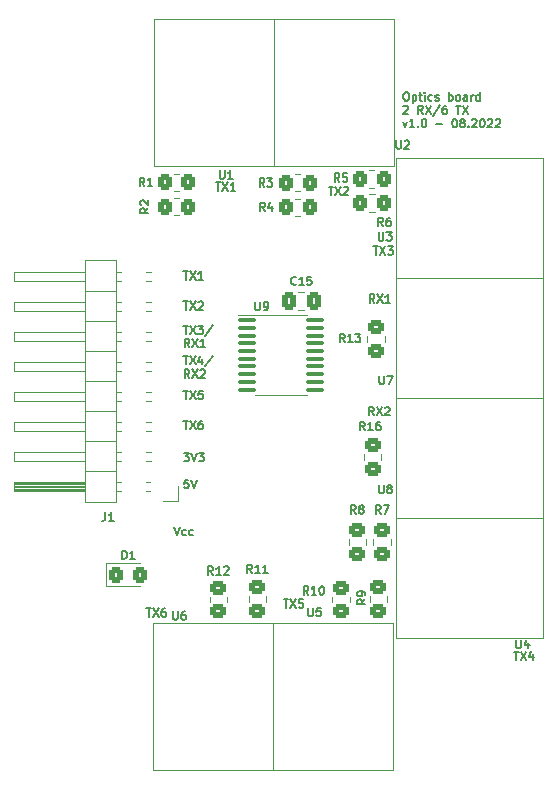
<source format=gto>
G04 #@! TF.GenerationSoftware,KiCad,Pcbnew,(6.0.6)*
G04 #@! TF.CreationDate,2022-08-29T16:13:27+02:00*
G04 #@! TF.ProjectId,adc-fiber-interface-board-six-channels,6164632d-6669-4626-9572-2d696e746572,rev?*
G04 #@! TF.SameCoordinates,Original*
G04 #@! TF.FileFunction,Legend,Top*
G04 #@! TF.FilePolarity,Positive*
%FSLAX46Y46*%
G04 Gerber Fmt 4.6, Leading zero omitted, Abs format (unit mm)*
G04 Created by KiCad (PCBNEW (6.0.6)) date 2022-08-29 16:13:27*
%MOMM*%
%LPD*%
G01*
G04 APERTURE LIST*
G04 Aperture macros list*
%AMRoundRect*
0 Rectangle with rounded corners*
0 $1 Rounding radius*
0 $2 $3 $4 $5 $6 $7 $8 $9 X,Y pos of 4 corners*
0 Add a 4 corners polygon primitive as box body*
4,1,4,$2,$3,$4,$5,$6,$7,$8,$9,$2,$3,0*
0 Add four circle primitives for the rounded corners*
1,1,$1+$1,$2,$3*
1,1,$1+$1,$4,$5*
1,1,$1+$1,$6,$7*
1,1,$1+$1,$8,$9*
0 Add four rect primitives between the rounded corners*
20,1,$1+$1,$2,$3,$4,$5,0*
20,1,$1+$1,$4,$5,$6,$7,0*
20,1,$1+$1,$6,$7,$8,$9,0*
20,1,$1+$1,$8,$9,$2,$3,0*%
G04 Aperture macros list end*
%ADD10C,0.150000*%
%ADD11C,0.120000*%
%ADD12C,1.515000*%
%ADD13RoundRect,0.250000X-0.337500X-0.475000X0.337500X-0.475000X0.337500X0.475000X-0.337500X0.475000X0*%
%ADD14RoundRect,0.250000X0.350000X0.450000X-0.350000X0.450000X-0.350000X-0.450000X0.350000X-0.450000X0*%
%ADD15RoundRect,0.100000X-0.637500X-0.100000X0.637500X-0.100000X0.637500X0.100000X-0.637500X0.100000X0*%
%ADD16R,1.700000X1.700000*%
%ADD17O,1.700000X1.700000*%
%ADD18C,3.200000*%
%ADD19RoundRect,0.250000X-0.325000X-0.450000X0.325000X-0.450000X0.325000X0.450000X-0.325000X0.450000X0*%
%ADD20RoundRect,0.250000X0.450000X-0.350000X0.450000X0.350000X-0.450000X0.350000X-0.450000X-0.350000X0*%
%ADD21RoundRect,0.250000X-0.450000X0.350000X-0.450000X-0.350000X0.450000X-0.350000X0.450000X0.350000X0*%
G04 APERTURE END LIST*
D10*
X104532766Y-63599266D02*
X104932766Y-63599266D01*
X104732766Y-64299266D02*
X104732766Y-63599266D01*
X105099433Y-63599266D02*
X105566100Y-64299266D01*
X105566100Y-63599266D02*
X105099433Y-64299266D01*
X106132766Y-63599266D02*
X105999433Y-63599266D01*
X105932766Y-63632600D01*
X105899433Y-63665933D01*
X105832766Y-63765933D01*
X105799433Y-63899266D01*
X105799433Y-64165933D01*
X105832766Y-64232600D01*
X105866100Y-64265933D01*
X105932766Y-64299266D01*
X106066100Y-64299266D01*
X106132766Y-64265933D01*
X106166100Y-64232600D01*
X106199433Y-64165933D01*
X106199433Y-63999266D01*
X106166100Y-63932600D01*
X106132766Y-63899266D01*
X106066100Y-63865933D01*
X105932766Y-63865933D01*
X105866100Y-63899266D01*
X105832766Y-63932600D01*
X105799433Y-63999266D01*
X120653766Y-63130866D02*
X120420433Y-62797533D01*
X120253766Y-63130866D02*
X120253766Y-62430866D01*
X120520433Y-62430866D01*
X120587100Y-62464200D01*
X120620433Y-62497533D01*
X120653766Y-62564200D01*
X120653766Y-62664200D01*
X120620433Y-62730866D01*
X120587100Y-62764200D01*
X120520433Y-62797533D01*
X120253766Y-62797533D01*
X120887100Y-62430866D02*
X121353766Y-63130866D01*
X121353766Y-62430866D02*
X120887100Y-63130866D01*
X121587100Y-62497533D02*
X121620433Y-62464200D01*
X121687100Y-62430866D01*
X121853766Y-62430866D01*
X121920433Y-62464200D01*
X121953766Y-62497533D01*
X121987100Y-62564200D01*
X121987100Y-62630866D01*
X121953766Y-62730866D01*
X121553766Y-63130866D01*
X121987100Y-63130866D01*
X132523566Y-83131866D02*
X132923566Y-83131866D01*
X132723566Y-83831866D02*
X132723566Y-83131866D01*
X133090233Y-83131866D02*
X133556900Y-83831866D01*
X133556900Y-83131866D02*
X133090233Y-83831866D01*
X134123566Y-83365200D02*
X134123566Y-83831866D01*
X133956900Y-83098533D02*
X133790233Y-83598533D01*
X134223566Y-83598533D01*
X101408566Y-79474266D02*
X101808566Y-79474266D01*
X101608566Y-80174266D02*
X101608566Y-79474266D01*
X101975233Y-79474266D02*
X102441900Y-80174266D01*
X102441900Y-79474266D02*
X101975233Y-80174266D01*
X103008566Y-79474266D02*
X102875233Y-79474266D01*
X102808566Y-79507600D01*
X102775233Y-79540933D01*
X102708566Y-79640933D01*
X102675233Y-79774266D01*
X102675233Y-80040933D01*
X102708566Y-80107600D01*
X102741900Y-80140933D01*
X102808566Y-80174266D01*
X102941900Y-80174266D01*
X103008566Y-80140933D01*
X103041900Y-80107600D01*
X103075233Y-80040933D01*
X103075233Y-79874266D01*
X103041900Y-79807600D01*
X103008566Y-79774266D01*
X102941900Y-79740933D01*
X102808566Y-79740933D01*
X102741900Y-79774266D01*
X102708566Y-79807600D01*
X102675233Y-79874266D01*
X104532766Y-55542766D02*
X104932766Y-55542766D01*
X104732766Y-56242766D02*
X104732766Y-55542766D01*
X105099433Y-55542766D02*
X105566100Y-56242766D01*
X105566100Y-55542766D02*
X105099433Y-56242766D01*
X105766100Y-55542766D02*
X106199433Y-55542766D01*
X105966100Y-55809433D01*
X106066100Y-55809433D01*
X106132766Y-55842766D01*
X106166100Y-55876100D01*
X106199433Y-55942766D01*
X106199433Y-56109433D01*
X106166100Y-56176100D01*
X106132766Y-56209433D01*
X106066100Y-56242766D01*
X105866100Y-56242766D01*
X105799433Y-56209433D01*
X105766100Y-56176100D01*
X106999433Y-55509433D02*
X106399433Y-56409433D01*
X105032766Y-57369766D02*
X104799433Y-57036433D01*
X104632766Y-57369766D02*
X104632766Y-56669766D01*
X104899433Y-56669766D01*
X104966100Y-56703100D01*
X104999433Y-56736433D01*
X105032766Y-56803100D01*
X105032766Y-56903100D01*
X104999433Y-56969766D01*
X104966100Y-57003100D01*
X104899433Y-57036433D01*
X104632766Y-57036433D01*
X105266100Y-56669766D02*
X105732766Y-57369766D01*
X105732766Y-56669766D02*
X105266100Y-57369766D01*
X106366100Y-57369766D02*
X105966100Y-57369766D01*
X106166100Y-57369766D02*
X106166100Y-56669766D01*
X106099433Y-56769766D01*
X106032766Y-56836433D01*
X105966100Y-56869766D01*
X120704566Y-53580466D02*
X120471233Y-53247133D01*
X120304566Y-53580466D02*
X120304566Y-52880466D01*
X120571233Y-52880466D01*
X120637900Y-52913800D01*
X120671233Y-52947133D01*
X120704566Y-53013800D01*
X120704566Y-53113800D01*
X120671233Y-53180466D01*
X120637900Y-53213800D01*
X120571233Y-53247133D01*
X120304566Y-53247133D01*
X120937900Y-52880466D02*
X121404566Y-53580466D01*
X121404566Y-52880466D02*
X120937900Y-53580466D01*
X122037900Y-53580466D02*
X121637900Y-53580466D01*
X121837900Y-53580466D02*
X121837900Y-52880466D01*
X121771233Y-52980466D01*
X121704566Y-53047133D01*
X121637900Y-53080466D01*
X103770766Y-72565466D02*
X104004100Y-73265466D01*
X104237433Y-72565466D01*
X104770766Y-73232133D02*
X104704100Y-73265466D01*
X104570766Y-73265466D01*
X104504100Y-73232133D01*
X104470766Y-73198800D01*
X104437433Y-73132133D01*
X104437433Y-72932133D01*
X104470766Y-72865466D01*
X104504100Y-72832133D01*
X104570766Y-72798800D01*
X104704100Y-72798800D01*
X104770766Y-72832133D01*
X105370766Y-73232133D02*
X105304100Y-73265466D01*
X105170766Y-73265466D01*
X105104100Y-73232133D01*
X105070766Y-73198800D01*
X105037433Y-73132133D01*
X105037433Y-72932133D01*
X105070766Y-72865466D01*
X105104100Y-72832133D01*
X105170766Y-72798800D01*
X105304100Y-72798800D01*
X105370766Y-72832133D01*
X104566100Y-66317066D02*
X104999433Y-66317066D01*
X104766100Y-66583733D01*
X104866100Y-66583733D01*
X104932766Y-66617066D01*
X104966100Y-66650400D01*
X104999433Y-66717066D01*
X104999433Y-66883733D01*
X104966100Y-66950400D01*
X104932766Y-66983733D01*
X104866100Y-67017066D01*
X104666100Y-67017066D01*
X104599433Y-66983733D01*
X104566100Y-66950400D01*
X105199433Y-66317066D02*
X105432766Y-67017066D01*
X105666100Y-66317066D01*
X105832766Y-66317066D02*
X106266100Y-66317066D01*
X106032766Y-66583733D01*
X106132766Y-66583733D01*
X106199433Y-66617066D01*
X106232766Y-66650400D01*
X106266100Y-66717066D01*
X106266100Y-66883733D01*
X106232766Y-66950400D01*
X106199433Y-66983733D01*
X106132766Y-67017066D01*
X105932766Y-67017066D01*
X105866100Y-66983733D01*
X105832766Y-66950400D01*
X104532766Y-53464666D02*
X104932766Y-53464666D01*
X104732766Y-54164666D02*
X104732766Y-53464666D01*
X105099433Y-53464666D02*
X105566100Y-54164666D01*
X105566100Y-53464666D02*
X105099433Y-54164666D01*
X105799433Y-53531333D02*
X105832766Y-53498000D01*
X105899433Y-53464666D01*
X106066100Y-53464666D01*
X106132766Y-53498000D01*
X106166100Y-53531333D01*
X106199433Y-53598000D01*
X106199433Y-53664666D01*
X106166100Y-53764666D01*
X105766100Y-54164666D01*
X106199433Y-54164666D01*
X104532766Y-58108166D02*
X104932766Y-58108166D01*
X104732766Y-58808166D02*
X104732766Y-58108166D01*
X105099433Y-58108166D02*
X105566100Y-58808166D01*
X105566100Y-58108166D02*
X105099433Y-58808166D01*
X106132766Y-58341500D02*
X106132766Y-58808166D01*
X105966100Y-58074833D02*
X105799433Y-58574833D01*
X106232766Y-58574833D01*
X106999433Y-58074833D02*
X106399433Y-58974833D01*
X105032766Y-59935166D02*
X104799433Y-59601833D01*
X104632766Y-59935166D02*
X104632766Y-59235166D01*
X104899433Y-59235166D01*
X104966100Y-59268500D01*
X104999433Y-59301833D01*
X105032766Y-59368500D01*
X105032766Y-59468500D01*
X104999433Y-59535166D01*
X104966100Y-59568500D01*
X104899433Y-59601833D01*
X104632766Y-59601833D01*
X105266100Y-59235166D02*
X105732766Y-59935166D01*
X105732766Y-59235166D02*
X105266100Y-59935166D01*
X105966100Y-59301833D02*
X105999433Y-59268500D01*
X106066100Y-59235166D01*
X106232766Y-59235166D01*
X106299433Y-59268500D01*
X106332766Y-59301833D01*
X106366100Y-59368500D01*
X106366100Y-59435166D01*
X106332766Y-59535166D01*
X105932766Y-59935166D01*
X106366100Y-59935166D01*
X104532766Y-50924666D02*
X104932766Y-50924666D01*
X104732766Y-51624666D02*
X104732766Y-50924666D01*
X105099433Y-50924666D02*
X105566100Y-51624666D01*
X105566100Y-50924666D02*
X105099433Y-51624666D01*
X106199433Y-51624666D02*
X105799433Y-51624666D01*
X105999433Y-51624666D02*
X105999433Y-50924666D01*
X105932766Y-51024666D01*
X105866100Y-51091333D01*
X105799433Y-51124666D01*
X107275966Y-43406266D02*
X107675966Y-43406266D01*
X107475966Y-44106266D02*
X107475966Y-43406266D01*
X107842633Y-43406266D02*
X108309300Y-44106266D01*
X108309300Y-43406266D02*
X107842633Y-44106266D01*
X108942633Y-44106266D02*
X108542633Y-44106266D01*
X108742633Y-44106266D02*
X108742633Y-43406266D01*
X108675966Y-43506266D01*
X108609300Y-43572933D01*
X108542633Y-43606266D01*
X120610966Y-48816466D02*
X121010966Y-48816466D01*
X120810966Y-49516466D02*
X120810966Y-48816466D01*
X121177633Y-48816466D02*
X121644300Y-49516466D01*
X121644300Y-48816466D02*
X121177633Y-49516466D01*
X121844300Y-48816466D02*
X122277633Y-48816466D01*
X122044300Y-49083133D01*
X122144300Y-49083133D01*
X122210966Y-49116466D01*
X122244300Y-49149800D01*
X122277633Y-49216466D01*
X122277633Y-49383133D01*
X122244300Y-49449800D01*
X122210966Y-49483133D01*
X122144300Y-49516466D01*
X121944300Y-49516466D01*
X121877633Y-49483133D01*
X121844300Y-49449800D01*
X113016366Y-78712266D02*
X113416366Y-78712266D01*
X113216366Y-79412266D02*
X113216366Y-78712266D01*
X113583033Y-78712266D02*
X114049700Y-79412266D01*
X114049700Y-78712266D02*
X113583033Y-79412266D01*
X114649700Y-78712266D02*
X114316366Y-78712266D01*
X114283033Y-79045600D01*
X114316366Y-79012266D01*
X114383033Y-78978933D01*
X114549700Y-78978933D01*
X114616366Y-79012266D01*
X114649700Y-79045600D01*
X114683033Y-79112266D01*
X114683033Y-79278933D01*
X114649700Y-79345600D01*
X114616366Y-79378933D01*
X114549700Y-79412266D01*
X114383033Y-79412266D01*
X114316366Y-79378933D01*
X114283033Y-79345600D01*
X123333500Y-35776866D02*
X123466833Y-35776866D01*
X123533500Y-35810200D01*
X123600166Y-35876866D01*
X123633500Y-36010200D01*
X123633500Y-36243533D01*
X123600166Y-36376866D01*
X123533500Y-36443533D01*
X123466833Y-36476866D01*
X123333500Y-36476866D01*
X123266833Y-36443533D01*
X123200166Y-36376866D01*
X123166833Y-36243533D01*
X123166833Y-36010200D01*
X123200166Y-35876866D01*
X123266833Y-35810200D01*
X123333500Y-35776866D01*
X123933500Y-36010200D02*
X123933500Y-36710200D01*
X123933500Y-36043533D02*
X124000166Y-36010200D01*
X124133500Y-36010200D01*
X124200166Y-36043533D01*
X124233500Y-36076866D01*
X124266833Y-36143533D01*
X124266833Y-36343533D01*
X124233500Y-36410200D01*
X124200166Y-36443533D01*
X124133500Y-36476866D01*
X124000166Y-36476866D01*
X123933500Y-36443533D01*
X124466833Y-36010200D02*
X124733500Y-36010200D01*
X124566833Y-35776866D02*
X124566833Y-36376866D01*
X124600166Y-36443533D01*
X124666833Y-36476866D01*
X124733500Y-36476866D01*
X124966833Y-36476866D02*
X124966833Y-36010200D01*
X124966833Y-35776866D02*
X124933500Y-35810200D01*
X124966833Y-35843533D01*
X125000166Y-35810200D01*
X124966833Y-35776866D01*
X124966833Y-35843533D01*
X125600166Y-36443533D02*
X125533500Y-36476866D01*
X125400166Y-36476866D01*
X125333500Y-36443533D01*
X125300166Y-36410200D01*
X125266833Y-36343533D01*
X125266833Y-36143533D01*
X125300166Y-36076866D01*
X125333500Y-36043533D01*
X125400166Y-36010200D01*
X125533500Y-36010200D01*
X125600166Y-36043533D01*
X125866833Y-36443533D02*
X125933500Y-36476866D01*
X126066833Y-36476866D01*
X126133500Y-36443533D01*
X126166833Y-36376866D01*
X126166833Y-36343533D01*
X126133500Y-36276866D01*
X126066833Y-36243533D01*
X125966833Y-36243533D01*
X125900166Y-36210200D01*
X125866833Y-36143533D01*
X125866833Y-36110200D01*
X125900166Y-36043533D01*
X125966833Y-36010200D01*
X126066833Y-36010200D01*
X126133500Y-36043533D01*
X127000166Y-36476866D02*
X127000166Y-35776866D01*
X127000166Y-36043533D02*
X127066833Y-36010200D01*
X127200166Y-36010200D01*
X127266833Y-36043533D01*
X127300166Y-36076866D01*
X127333500Y-36143533D01*
X127333500Y-36343533D01*
X127300166Y-36410200D01*
X127266833Y-36443533D01*
X127200166Y-36476866D01*
X127066833Y-36476866D01*
X127000166Y-36443533D01*
X127733500Y-36476866D02*
X127666833Y-36443533D01*
X127633500Y-36410200D01*
X127600166Y-36343533D01*
X127600166Y-36143533D01*
X127633500Y-36076866D01*
X127666833Y-36043533D01*
X127733500Y-36010200D01*
X127833500Y-36010200D01*
X127900166Y-36043533D01*
X127933500Y-36076866D01*
X127966833Y-36143533D01*
X127966833Y-36343533D01*
X127933500Y-36410200D01*
X127900166Y-36443533D01*
X127833500Y-36476866D01*
X127733500Y-36476866D01*
X128566833Y-36476866D02*
X128566833Y-36110200D01*
X128533500Y-36043533D01*
X128466833Y-36010200D01*
X128333500Y-36010200D01*
X128266833Y-36043533D01*
X128566833Y-36443533D02*
X128500166Y-36476866D01*
X128333500Y-36476866D01*
X128266833Y-36443533D01*
X128233500Y-36376866D01*
X128233500Y-36310200D01*
X128266833Y-36243533D01*
X128333500Y-36210200D01*
X128500166Y-36210200D01*
X128566833Y-36176866D01*
X128900166Y-36476866D02*
X128900166Y-36010200D01*
X128900166Y-36143533D02*
X128933500Y-36076866D01*
X128966833Y-36043533D01*
X129033500Y-36010200D01*
X129100166Y-36010200D01*
X129633500Y-36476866D02*
X129633500Y-35776866D01*
X129633500Y-36443533D02*
X129566833Y-36476866D01*
X129433500Y-36476866D01*
X129366833Y-36443533D01*
X129333500Y-36410200D01*
X129300166Y-36343533D01*
X129300166Y-36143533D01*
X129333500Y-36076866D01*
X129366833Y-36043533D01*
X129433500Y-36010200D01*
X129566833Y-36010200D01*
X129633500Y-36043533D01*
X123166833Y-36970533D02*
X123200166Y-36937200D01*
X123266833Y-36903866D01*
X123433500Y-36903866D01*
X123500166Y-36937200D01*
X123533500Y-36970533D01*
X123566833Y-37037200D01*
X123566833Y-37103866D01*
X123533500Y-37203866D01*
X123133500Y-37603866D01*
X123566833Y-37603866D01*
X124800166Y-37603866D02*
X124566833Y-37270533D01*
X124400166Y-37603866D02*
X124400166Y-36903866D01*
X124666833Y-36903866D01*
X124733500Y-36937200D01*
X124766833Y-36970533D01*
X124800166Y-37037200D01*
X124800166Y-37137200D01*
X124766833Y-37203866D01*
X124733500Y-37237200D01*
X124666833Y-37270533D01*
X124400166Y-37270533D01*
X125033500Y-36903866D02*
X125500166Y-37603866D01*
X125500166Y-36903866D02*
X125033500Y-37603866D01*
X126266833Y-36870533D02*
X125666833Y-37770533D01*
X126800166Y-36903866D02*
X126666833Y-36903866D01*
X126600166Y-36937200D01*
X126566833Y-36970533D01*
X126500166Y-37070533D01*
X126466833Y-37203866D01*
X126466833Y-37470533D01*
X126500166Y-37537200D01*
X126533500Y-37570533D01*
X126600166Y-37603866D01*
X126733500Y-37603866D01*
X126800166Y-37570533D01*
X126833500Y-37537200D01*
X126866833Y-37470533D01*
X126866833Y-37303866D01*
X126833500Y-37237200D01*
X126800166Y-37203866D01*
X126733500Y-37170533D01*
X126600166Y-37170533D01*
X126533500Y-37203866D01*
X126500166Y-37237200D01*
X126466833Y-37303866D01*
X127600166Y-36903866D02*
X128000166Y-36903866D01*
X127800166Y-37603866D02*
X127800166Y-36903866D01*
X128166833Y-36903866D02*
X128633500Y-37603866D01*
X128633500Y-36903866D02*
X128166833Y-37603866D01*
X123133500Y-38264200D02*
X123300166Y-38730866D01*
X123466833Y-38264200D01*
X124100166Y-38730866D02*
X123700166Y-38730866D01*
X123900166Y-38730866D02*
X123900166Y-38030866D01*
X123833500Y-38130866D01*
X123766833Y-38197533D01*
X123700166Y-38230866D01*
X124400166Y-38664200D02*
X124433500Y-38697533D01*
X124400166Y-38730866D01*
X124366833Y-38697533D01*
X124400166Y-38664200D01*
X124400166Y-38730866D01*
X124866833Y-38030866D02*
X124933500Y-38030866D01*
X125000166Y-38064200D01*
X125033500Y-38097533D01*
X125066833Y-38164200D01*
X125100166Y-38297533D01*
X125100166Y-38464200D01*
X125066833Y-38597533D01*
X125033500Y-38664200D01*
X125000166Y-38697533D01*
X124933500Y-38730866D01*
X124866833Y-38730866D01*
X124800166Y-38697533D01*
X124766833Y-38664200D01*
X124733500Y-38597533D01*
X124700166Y-38464200D01*
X124700166Y-38297533D01*
X124733500Y-38164200D01*
X124766833Y-38097533D01*
X124800166Y-38064200D01*
X124866833Y-38030866D01*
X125933500Y-38464200D02*
X126466833Y-38464200D01*
X127466833Y-38030866D02*
X127533500Y-38030866D01*
X127600166Y-38064200D01*
X127633500Y-38097533D01*
X127666833Y-38164200D01*
X127700166Y-38297533D01*
X127700166Y-38464200D01*
X127666833Y-38597533D01*
X127633500Y-38664200D01*
X127600166Y-38697533D01*
X127533500Y-38730866D01*
X127466833Y-38730866D01*
X127400166Y-38697533D01*
X127366833Y-38664200D01*
X127333500Y-38597533D01*
X127300166Y-38464200D01*
X127300166Y-38297533D01*
X127333500Y-38164200D01*
X127366833Y-38097533D01*
X127400166Y-38064200D01*
X127466833Y-38030866D01*
X128100166Y-38330866D02*
X128033500Y-38297533D01*
X128000166Y-38264200D01*
X127966833Y-38197533D01*
X127966833Y-38164200D01*
X128000166Y-38097533D01*
X128033500Y-38064200D01*
X128100166Y-38030866D01*
X128233500Y-38030866D01*
X128300166Y-38064200D01*
X128333500Y-38097533D01*
X128366833Y-38164200D01*
X128366833Y-38197533D01*
X128333500Y-38264200D01*
X128300166Y-38297533D01*
X128233500Y-38330866D01*
X128100166Y-38330866D01*
X128033500Y-38364200D01*
X128000166Y-38397533D01*
X127966833Y-38464200D01*
X127966833Y-38597533D01*
X128000166Y-38664200D01*
X128033500Y-38697533D01*
X128100166Y-38730866D01*
X128233500Y-38730866D01*
X128300166Y-38697533D01*
X128333500Y-38664200D01*
X128366833Y-38597533D01*
X128366833Y-38464200D01*
X128333500Y-38397533D01*
X128300166Y-38364200D01*
X128233500Y-38330866D01*
X128666833Y-38664200D02*
X128700166Y-38697533D01*
X128666833Y-38730866D01*
X128633500Y-38697533D01*
X128666833Y-38664200D01*
X128666833Y-38730866D01*
X128966833Y-38097533D02*
X129000166Y-38064200D01*
X129066833Y-38030866D01*
X129233500Y-38030866D01*
X129300166Y-38064200D01*
X129333500Y-38097533D01*
X129366833Y-38164200D01*
X129366833Y-38230866D01*
X129333500Y-38330866D01*
X128933500Y-38730866D01*
X129366833Y-38730866D01*
X129800166Y-38030866D02*
X129866833Y-38030866D01*
X129933500Y-38064200D01*
X129966833Y-38097533D01*
X130000166Y-38164200D01*
X130033500Y-38297533D01*
X130033500Y-38464200D01*
X130000166Y-38597533D01*
X129966833Y-38664200D01*
X129933500Y-38697533D01*
X129866833Y-38730866D01*
X129800166Y-38730866D01*
X129733500Y-38697533D01*
X129700166Y-38664200D01*
X129666833Y-38597533D01*
X129633500Y-38464200D01*
X129633500Y-38297533D01*
X129666833Y-38164200D01*
X129700166Y-38097533D01*
X129733500Y-38064200D01*
X129800166Y-38030866D01*
X130300166Y-38097533D02*
X130333500Y-38064200D01*
X130400166Y-38030866D01*
X130566833Y-38030866D01*
X130633500Y-38064200D01*
X130666833Y-38097533D01*
X130700166Y-38164200D01*
X130700166Y-38230866D01*
X130666833Y-38330866D01*
X130266833Y-38730866D01*
X130700166Y-38730866D01*
X130966833Y-38097533D02*
X131000166Y-38064200D01*
X131066833Y-38030866D01*
X131233500Y-38030866D01*
X131300166Y-38064200D01*
X131333500Y-38097533D01*
X131366833Y-38164200D01*
X131366833Y-38230866D01*
X131333500Y-38330866D01*
X130933500Y-38730866D01*
X131366833Y-38730866D01*
X116826366Y-43761866D02*
X117226366Y-43761866D01*
X117026366Y-44461866D02*
X117026366Y-43761866D01*
X117393033Y-43761866D02*
X117859700Y-44461866D01*
X117859700Y-43761866D02*
X117393033Y-44461866D01*
X118093033Y-43828533D02*
X118126366Y-43795200D01*
X118193033Y-43761866D01*
X118359700Y-43761866D01*
X118426366Y-43795200D01*
X118459700Y-43828533D01*
X118493033Y-43895200D01*
X118493033Y-43961866D01*
X118459700Y-44061866D01*
X118059700Y-44461866D01*
X118493033Y-44461866D01*
X104532766Y-61033866D02*
X104932766Y-61033866D01*
X104732766Y-61733866D02*
X104732766Y-61033866D01*
X105099433Y-61033866D02*
X105566100Y-61733866D01*
X105566100Y-61033866D02*
X105099433Y-61733866D01*
X106166100Y-61033866D02*
X105832766Y-61033866D01*
X105799433Y-61367200D01*
X105832766Y-61333866D01*
X105899433Y-61300533D01*
X106066100Y-61300533D01*
X106132766Y-61333866D01*
X106166100Y-61367200D01*
X106199433Y-61433866D01*
X106199433Y-61600533D01*
X106166100Y-61667200D01*
X106132766Y-61700533D01*
X106066100Y-61733866D01*
X105899433Y-61733866D01*
X105832766Y-61700533D01*
X105799433Y-61667200D01*
X104966100Y-68577666D02*
X104632766Y-68577666D01*
X104599433Y-68911000D01*
X104632766Y-68877666D01*
X104699433Y-68844333D01*
X104866100Y-68844333D01*
X104932766Y-68877666D01*
X104966100Y-68911000D01*
X104999433Y-68977666D01*
X104999433Y-69144333D01*
X104966100Y-69211000D01*
X104932766Y-69244333D01*
X104866100Y-69277666D01*
X104699433Y-69277666D01*
X104632766Y-69244333D01*
X104599433Y-69211000D01*
X105199433Y-68577666D02*
X105432766Y-69277666D01*
X105666100Y-68577666D01*
X121081866Y-69009466D02*
X121081866Y-69576133D01*
X121115200Y-69642800D01*
X121148533Y-69676133D01*
X121215200Y-69709466D01*
X121348533Y-69709466D01*
X121415200Y-69676133D01*
X121448533Y-69642800D01*
X121481866Y-69576133D01*
X121481866Y-69009466D01*
X121915200Y-69309466D02*
X121848533Y-69276133D01*
X121815200Y-69242800D01*
X121781866Y-69176133D01*
X121781866Y-69142800D01*
X121815200Y-69076133D01*
X121848533Y-69042800D01*
X121915200Y-69009466D01*
X122048533Y-69009466D01*
X122115200Y-69042800D01*
X122148533Y-69076133D01*
X122181866Y-69142800D01*
X122181866Y-69176133D01*
X122148533Y-69242800D01*
X122115200Y-69276133D01*
X122048533Y-69309466D01*
X121915200Y-69309466D01*
X121848533Y-69342800D01*
X121815200Y-69376133D01*
X121781866Y-69442800D01*
X121781866Y-69576133D01*
X121815200Y-69642800D01*
X121848533Y-69676133D01*
X121915200Y-69709466D01*
X122048533Y-69709466D01*
X122115200Y-69676133D01*
X122148533Y-69642800D01*
X122181866Y-69576133D01*
X122181866Y-69442800D01*
X122148533Y-69376133D01*
X122115200Y-69342800D01*
X122048533Y-69309466D01*
X114074700Y-52011600D02*
X114041366Y-52044933D01*
X113941366Y-52078266D01*
X113874700Y-52078266D01*
X113774700Y-52044933D01*
X113708033Y-51978266D01*
X113674700Y-51911600D01*
X113641366Y-51778266D01*
X113641366Y-51678266D01*
X113674700Y-51544933D01*
X113708033Y-51478266D01*
X113774700Y-51411600D01*
X113874700Y-51378266D01*
X113941366Y-51378266D01*
X114041366Y-51411600D01*
X114074700Y-51444933D01*
X114741366Y-52078266D02*
X114341366Y-52078266D01*
X114541366Y-52078266D02*
X114541366Y-51378266D01*
X114474700Y-51478266D01*
X114408033Y-51544933D01*
X114341366Y-51578266D01*
X115374700Y-51378266D02*
X115041366Y-51378266D01*
X115008033Y-51711600D01*
X115041366Y-51678266D01*
X115108033Y-51644933D01*
X115274700Y-51644933D01*
X115341366Y-51678266D01*
X115374700Y-51711600D01*
X115408033Y-51778266D01*
X115408033Y-51944933D01*
X115374700Y-52011600D01*
X115341366Y-52044933D01*
X115274700Y-52078266D01*
X115108033Y-52078266D01*
X115041366Y-52044933D01*
X115008033Y-52011600D01*
X101229333Y-43725266D02*
X100996000Y-43391933D01*
X100829333Y-43725266D02*
X100829333Y-43025266D01*
X101096000Y-43025266D01*
X101162666Y-43058600D01*
X101196000Y-43091933D01*
X101229333Y-43158600D01*
X101229333Y-43258600D01*
X101196000Y-43325266D01*
X101162666Y-43358600D01*
X101096000Y-43391933D01*
X100829333Y-43391933D01*
X101896000Y-43725266D02*
X101496000Y-43725266D01*
X101696000Y-43725266D02*
X101696000Y-43025266D01*
X101629333Y-43125266D01*
X101562666Y-43191933D01*
X101496000Y-43225266D01*
X117739333Y-43344266D02*
X117506000Y-43010933D01*
X117339333Y-43344266D02*
X117339333Y-42644266D01*
X117606000Y-42644266D01*
X117672666Y-42677600D01*
X117706000Y-42710933D01*
X117739333Y-42777600D01*
X117739333Y-42877600D01*
X117706000Y-42944266D01*
X117672666Y-42977600D01*
X117606000Y-43010933D01*
X117339333Y-43010933D01*
X118372666Y-42644266D02*
X118039333Y-42644266D01*
X118006000Y-42977600D01*
X118039333Y-42944266D01*
X118106000Y-42910933D01*
X118272666Y-42910933D01*
X118339333Y-42944266D01*
X118372666Y-42977600D01*
X118406000Y-43044266D01*
X118406000Y-43210933D01*
X118372666Y-43277600D01*
X118339333Y-43310933D01*
X118272666Y-43344266D01*
X118106000Y-43344266D01*
X118039333Y-43310933D01*
X118006000Y-43277600D01*
X121132666Y-59763866D02*
X121132666Y-60330533D01*
X121166000Y-60397200D01*
X121199333Y-60430533D01*
X121266000Y-60463866D01*
X121399333Y-60463866D01*
X121466000Y-60430533D01*
X121499333Y-60397200D01*
X121532666Y-60330533D01*
X121532666Y-59763866D01*
X121799333Y-59763866D02*
X122266000Y-59763866D01*
X121966000Y-60463866D01*
X110617066Y-53515466D02*
X110617066Y-54082133D01*
X110650400Y-54148800D01*
X110683733Y-54182133D01*
X110750400Y-54215466D01*
X110883733Y-54215466D01*
X110950400Y-54182133D01*
X110983733Y-54148800D01*
X111017066Y-54082133D01*
X111017066Y-53515466D01*
X111383733Y-54215466D02*
X111517066Y-54215466D01*
X111583733Y-54182133D01*
X111617066Y-54148800D01*
X111683733Y-54048800D01*
X111717066Y-53915466D01*
X111717066Y-53648800D01*
X111683733Y-53582133D01*
X111650400Y-53548800D01*
X111583733Y-53515466D01*
X111450400Y-53515466D01*
X111383733Y-53548800D01*
X111350400Y-53582133D01*
X111317066Y-53648800D01*
X111317066Y-53815466D01*
X111350400Y-53882133D01*
X111383733Y-53915466D01*
X111450400Y-53948800D01*
X111583733Y-53948800D01*
X111650400Y-53915466D01*
X111683733Y-53882133D01*
X111717066Y-53815466D01*
X107619866Y-42390266D02*
X107619866Y-42956933D01*
X107653200Y-43023600D01*
X107686533Y-43056933D01*
X107753200Y-43090266D01*
X107886533Y-43090266D01*
X107953200Y-43056933D01*
X107986533Y-43023600D01*
X108019866Y-42956933D01*
X108019866Y-42390266D01*
X108719866Y-43090266D02*
X108319866Y-43090266D01*
X108519866Y-43090266D02*
X108519866Y-42390266D01*
X108453200Y-42490266D01*
X108386533Y-42556933D01*
X108319866Y-42590266D01*
X121447733Y-47103466D02*
X121214400Y-46770133D01*
X121047733Y-47103466D02*
X121047733Y-46403466D01*
X121314400Y-46403466D01*
X121381066Y-46436800D01*
X121414400Y-46470133D01*
X121447733Y-46536800D01*
X121447733Y-46636800D01*
X121414400Y-46703466D01*
X121381066Y-46736800D01*
X121314400Y-46770133D01*
X121047733Y-46770133D01*
X122047733Y-46403466D02*
X121914400Y-46403466D01*
X121847733Y-46436800D01*
X121814400Y-46470133D01*
X121747733Y-46570133D01*
X121714400Y-46703466D01*
X121714400Y-46970133D01*
X121747733Y-47036800D01*
X121781066Y-47070133D01*
X121847733Y-47103466D01*
X121981066Y-47103466D01*
X122047733Y-47070133D01*
X122081066Y-47036800D01*
X122114400Y-46970133D01*
X122114400Y-46803466D01*
X122081066Y-46736800D01*
X122047733Y-46703466D01*
X121981066Y-46670133D01*
X121847733Y-46670133D01*
X121781066Y-46703466D01*
X121747733Y-46736800D01*
X121714400Y-46803466D01*
X132715066Y-82141266D02*
X132715066Y-82707933D01*
X132748400Y-82774600D01*
X132781733Y-82807933D01*
X132848400Y-82841266D01*
X132981733Y-82841266D01*
X133048400Y-82807933D01*
X133081733Y-82774600D01*
X133115066Y-82707933D01*
X133115066Y-82141266D01*
X133748400Y-82374600D02*
X133748400Y-82841266D01*
X133581733Y-82107933D02*
X133415066Y-82607933D01*
X133848400Y-82607933D01*
X97937666Y-71346266D02*
X97937666Y-71846266D01*
X97904333Y-71946266D01*
X97837666Y-72012933D01*
X97737666Y-72046266D01*
X97671000Y-72046266D01*
X98637666Y-72046266D02*
X98237666Y-72046266D01*
X98437666Y-72046266D02*
X98437666Y-71346266D01*
X98371000Y-71446266D01*
X98304333Y-71512933D01*
X98237666Y-71546266D01*
X115087466Y-79423466D02*
X115087466Y-79990133D01*
X115120800Y-80056800D01*
X115154133Y-80090133D01*
X115220800Y-80123466D01*
X115354133Y-80123466D01*
X115420800Y-80090133D01*
X115454133Y-80056800D01*
X115487466Y-79990133D01*
X115487466Y-79423466D01*
X116154133Y-79423466D02*
X115820800Y-79423466D01*
X115787466Y-79756800D01*
X115820800Y-79723466D01*
X115887466Y-79690133D01*
X116054133Y-79690133D01*
X116120800Y-79723466D01*
X116154133Y-79756800D01*
X116187466Y-79823466D01*
X116187466Y-79990133D01*
X116154133Y-80056800D01*
X116120800Y-80090133D01*
X116054133Y-80123466D01*
X115887466Y-80123466D01*
X115820800Y-80090133D01*
X115787466Y-80056800D01*
X111389333Y-43750666D02*
X111156000Y-43417333D01*
X110989333Y-43750666D02*
X110989333Y-43050666D01*
X111256000Y-43050666D01*
X111322666Y-43084000D01*
X111356000Y-43117333D01*
X111389333Y-43184000D01*
X111389333Y-43284000D01*
X111356000Y-43350666D01*
X111322666Y-43384000D01*
X111256000Y-43417333D01*
X110989333Y-43417333D01*
X111622666Y-43050666D02*
X112056000Y-43050666D01*
X111822666Y-43317333D01*
X111922666Y-43317333D01*
X111989333Y-43350666D01*
X112022666Y-43384000D01*
X112056000Y-43450666D01*
X112056000Y-43617333D01*
X112022666Y-43684000D01*
X111989333Y-43717333D01*
X111922666Y-43750666D01*
X111722666Y-43750666D01*
X111656000Y-43717333D01*
X111622666Y-43684000D01*
X99356133Y-75273066D02*
X99356133Y-74573066D01*
X99522800Y-74573066D01*
X99622800Y-74606400D01*
X99689466Y-74673066D01*
X99722800Y-74739733D01*
X99756133Y-74873066D01*
X99756133Y-74973066D01*
X99722800Y-75106400D01*
X99689466Y-75173066D01*
X99622800Y-75239733D01*
X99522800Y-75273066D01*
X99356133Y-75273066D01*
X100422800Y-75273066D02*
X100022800Y-75273066D01*
X100222800Y-75273066D02*
X100222800Y-74573066D01*
X100156133Y-74673066D01*
X100089466Y-74739733D01*
X100022800Y-74773066D01*
X119950666Y-78704266D02*
X119617333Y-78937600D01*
X119950666Y-79104266D02*
X119250666Y-79104266D01*
X119250666Y-78837600D01*
X119284000Y-78770933D01*
X119317333Y-78737600D01*
X119384000Y-78704266D01*
X119484000Y-78704266D01*
X119550666Y-78737600D01*
X119584000Y-78770933D01*
X119617333Y-78837600D01*
X119617333Y-79104266D01*
X119950666Y-78370933D02*
X119950666Y-78237600D01*
X119917333Y-78170933D01*
X119884000Y-78137600D01*
X119784000Y-78070933D01*
X119650666Y-78037600D01*
X119384000Y-78037600D01*
X119317333Y-78070933D01*
X119284000Y-78104266D01*
X119250666Y-78170933D01*
X119250666Y-78304266D01*
X119284000Y-78370933D01*
X119317333Y-78404266D01*
X119384000Y-78437600D01*
X119550666Y-78437600D01*
X119617333Y-78404266D01*
X119650666Y-78370933D01*
X119684000Y-78304266D01*
X119684000Y-78170933D01*
X119650666Y-78104266D01*
X119617333Y-78070933D01*
X119550666Y-78037600D01*
X111440133Y-45833466D02*
X111206800Y-45500133D01*
X111040133Y-45833466D02*
X111040133Y-45133466D01*
X111306800Y-45133466D01*
X111373466Y-45166800D01*
X111406800Y-45200133D01*
X111440133Y-45266800D01*
X111440133Y-45366800D01*
X111406800Y-45433466D01*
X111373466Y-45466800D01*
X111306800Y-45500133D01*
X111040133Y-45500133D01*
X112040133Y-45366800D02*
X112040133Y-45833466D01*
X111873466Y-45100133D02*
X111706800Y-45600133D01*
X112140133Y-45600133D01*
X101577066Y-45582666D02*
X101243733Y-45816000D01*
X101577066Y-45982666D02*
X100877066Y-45982666D01*
X100877066Y-45716000D01*
X100910400Y-45649333D01*
X100943733Y-45616000D01*
X101010400Y-45582666D01*
X101110400Y-45582666D01*
X101177066Y-45616000D01*
X101210400Y-45649333D01*
X101243733Y-45716000D01*
X101243733Y-45982666D01*
X100943733Y-45316000D02*
X100910400Y-45282666D01*
X100877066Y-45216000D01*
X100877066Y-45049333D01*
X100910400Y-44982666D01*
X100943733Y-44949333D01*
X101010400Y-44916000D01*
X101077066Y-44916000D01*
X101177066Y-44949333D01*
X101577066Y-45349333D01*
X101577066Y-44916000D01*
X118194800Y-56925866D02*
X117961466Y-56592533D01*
X117794800Y-56925866D02*
X117794800Y-56225866D01*
X118061466Y-56225866D01*
X118128133Y-56259200D01*
X118161466Y-56292533D01*
X118194800Y-56359200D01*
X118194800Y-56459200D01*
X118161466Y-56525866D01*
X118128133Y-56559200D01*
X118061466Y-56592533D01*
X117794800Y-56592533D01*
X118861466Y-56925866D02*
X118461466Y-56925866D01*
X118661466Y-56925866D02*
X118661466Y-56225866D01*
X118594800Y-56325866D01*
X118528133Y-56392533D01*
X118461466Y-56425866D01*
X119094800Y-56225866D02*
X119528133Y-56225866D01*
X119294800Y-56492533D01*
X119394800Y-56492533D01*
X119461466Y-56525866D01*
X119494800Y-56559200D01*
X119528133Y-56625866D01*
X119528133Y-56792533D01*
X119494800Y-56859200D01*
X119461466Y-56892533D01*
X119394800Y-56925866D01*
X119194800Y-56925866D01*
X119128133Y-56892533D01*
X119094800Y-56859200D01*
X121056466Y-47622666D02*
X121056466Y-48189333D01*
X121089800Y-48256000D01*
X121123133Y-48289333D01*
X121189800Y-48322666D01*
X121323133Y-48322666D01*
X121389800Y-48289333D01*
X121423133Y-48256000D01*
X121456466Y-48189333D01*
X121456466Y-47622666D01*
X121723133Y-47622666D02*
X122156466Y-47622666D01*
X121923133Y-47889333D01*
X122023133Y-47889333D01*
X122089800Y-47922666D01*
X122123133Y-47956000D01*
X122156466Y-48022666D01*
X122156466Y-48189333D01*
X122123133Y-48256000D01*
X122089800Y-48289333D01*
X122023133Y-48322666D01*
X121823133Y-48322666D01*
X121756466Y-48289333D01*
X121723133Y-48256000D01*
X115120000Y-78294666D02*
X114886666Y-77961333D01*
X114720000Y-78294666D02*
X114720000Y-77594666D01*
X114986666Y-77594666D01*
X115053333Y-77628000D01*
X115086666Y-77661333D01*
X115120000Y-77728000D01*
X115120000Y-77828000D01*
X115086666Y-77894666D01*
X115053333Y-77928000D01*
X114986666Y-77961333D01*
X114720000Y-77961333D01*
X115786666Y-78294666D02*
X115386666Y-78294666D01*
X115586666Y-78294666D02*
X115586666Y-77594666D01*
X115520000Y-77694666D01*
X115453333Y-77761333D01*
X115386666Y-77794666D01*
X116220000Y-77594666D02*
X116286666Y-77594666D01*
X116353333Y-77628000D01*
X116386666Y-77661333D01*
X116420000Y-77728000D01*
X116453333Y-77861333D01*
X116453333Y-78028000D01*
X116420000Y-78161333D01*
X116386666Y-78228000D01*
X116353333Y-78261333D01*
X116286666Y-78294666D01*
X116220000Y-78294666D01*
X116153333Y-78261333D01*
X116120000Y-78228000D01*
X116086666Y-78161333D01*
X116053333Y-78028000D01*
X116053333Y-77861333D01*
X116086666Y-77728000D01*
X116120000Y-77661333D01*
X116153333Y-77628000D01*
X116220000Y-77594666D01*
X121244533Y-71446066D02*
X121011200Y-71112733D01*
X120844533Y-71446066D02*
X120844533Y-70746066D01*
X121111200Y-70746066D01*
X121177866Y-70779400D01*
X121211200Y-70812733D01*
X121244533Y-70879400D01*
X121244533Y-70979400D01*
X121211200Y-71046066D01*
X121177866Y-71079400D01*
X121111200Y-71112733D01*
X120844533Y-71112733D01*
X121477866Y-70746066D02*
X121944533Y-70746066D01*
X121644533Y-71446066D01*
X110344800Y-76491266D02*
X110111466Y-76157933D01*
X109944800Y-76491266D02*
X109944800Y-75791266D01*
X110211466Y-75791266D01*
X110278133Y-75824600D01*
X110311466Y-75857933D01*
X110344800Y-75924600D01*
X110344800Y-76024600D01*
X110311466Y-76091266D01*
X110278133Y-76124600D01*
X110211466Y-76157933D01*
X109944800Y-76157933D01*
X111011466Y-76491266D02*
X110611466Y-76491266D01*
X110811466Y-76491266D02*
X110811466Y-75791266D01*
X110744800Y-75891266D01*
X110678133Y-75957933D01*
X110611466Y-75991266D01*
X111678133Y-76491266D02*
X111278133Y-76491266D01*
X111478133Y-76491266D02*
X111478133Y-75791266D01*
X111411466Y-75891266D01*
X111344800Y-75957933D01*
X111278133Y-75991266D01*
X119895200Y-64375466D02*
X119661866Y-64042133D01*
X119495200Y-64375466D02*
X119495200Y-63675466D01*
X119761866Y-63675466D01*
X119828533Y-63708800D01*
X119861866Y-63742133D01*
X119895200Y-63808800D01*
X119895200Y-63908800D01*
X119861866Y-63975466D01*
X119828533Y-64008800D01*
X119761866Y-64042133D01*
X119495200Y-64042133D01*
X120561866Y-64375466D02*
X120161866Y-64375466D01*
X120361866Y-64375466D02*
X120361866Y-63675466D01*
X120295200Y-63775466D01*
X120228533Y-63842133D01*
X120161866Y-63875466D01*
X121161866Y-63675466D02*
X121028533Y-63675466D01*
X120961866Y-63708800D01*
X120928533Y-63742133D01*
X120861866Y-63842133D01*
X120828533Y-63975466D01*
X120828533Y-64242133D01*
X120861866Y-64308800D01*
X120895200Y-64342133D01*
X120961866Y-64375466D01*
X121095200Y-64375466D01*
X121161866Y-64342133D01*
X121195200Y-64308800D01*
X121228533Y-64242133D01*
X121228533Y-64075466D01*
X121195200Y-64008800D01*
X121161866Y-63975466D01*
X121095200Y-63942133D01*
X120961866Y-63942133D01*
X120895200Y-63975466D01*
X120861866Y-64008800D01*
X120828533Y-64075466D01*
X122555066Y-39850266D02*
X122555066Y-40416933D01*
X122588400Y-40483600D01*
X122621733Y-40516933D01*
X122688400Y-40550266D01*
X122821733Y-40550266D01*
X122888400Y-40516933D01*
X122921733Y-40483600D01*
X122955066Y-40416933D01*
X122955066Y-39850266D01*
X123255066Y-39916933D02*
X123288400Y-39883600D01*
X123355066Y-39850266D01*
X123521733Y-39850266D01*
X123588400Y-39883600D01*
X123621733Y-39916933D01*
X123655066Y-39983600D01*
X123655066Y-40050266D01*
X123621733Y-40150266D01*
X123221733Y-40550266D01*
X123655066Y-40550266D01*
X103657466Y-79728266D02*
X103657466Y-80294933D01*
X103690800Y-80361600D01*
X103724133Y-80394933D01*
X103790800Y-80428266D01*
X103924133Y-80428266D01*
X103990800Y-80394933D01*
X104024133Y-80361600D01*
X104057466Y-80294933D01*
X104057466Y-79728266D01*
X104690800Y-79728266D02*
X104557466Y-79728266D01*
X104490800Y-79761600D01*
X104457466Y-79794933D01*
X104390800Y-79894933D01*
X104357466Y-80028266D01*
X104357466Y-80294933D01*
X104390800Y-80361600D01*
X104424133Y-80394933D01*
X104490800Y-80428266D01*
X104624133Y-80428266D01*
X104690800Y-80394933D01*
X104724133Y-80361600D01*
X104757466Y-80294933D01*
X104757466Y-80128266D01*
X104724133Y-80061600D01*
X104690800Y-80028266D01*
X104624133Y-79994933D01*
X104490800Y-79994933D01*
X104424133Y-80028266D01*
X104390800Y-80061600D01*
X104357466Y-80128266D01*
X107042800Y-76618266D02*
X106809466Y-76284933D01*
X106642800Y-76618266D02*
X106642800Y-75918266D01*
X106909466Y-75918266D01*
X106976133Y-75951600D01*
X107009466Y-75984933D01*
X107042800Y-76051600D01*
X107042800Y-76151600D01*
X107009466Y-76218266D01*
X106976133Y-76251600D01*
X106909466Y-76284933D01*
X106642800Y-76284933D01*
X107709466Y-76618266D02*
X107309466Y-76618266D01*
X107509466Y-76618266D02*
X107509466Y-75918266D01*
X107442800Y-76018266D01*
X107376133Y-76084933D01*
X107309466Y-76118266D01*
X107976133Y-75984933D02*
X108009466Y-75951600D01*
X108076133Y-75918266D01*
X108242800Y-75918266D01*
X108309466Y-75951600D01*
X108342800Y-75984933D01*
X108376133Y-76051600D01*
X108376133Y-76118266D01*
X108342800Y-76218266D01*
X107942800Y-76618266D01*
X108376133Y-76618266D01*
X119136333Y-71436666D02*
X118903000Y-71103333D01*
X118736333Y-71436666D02*
X118736333Y-70736666D01*
X119003000Y-70736666D01*
X119069666Y-70770000D01*
X119103000Y-70803333D01*
X119136333Y-70870000D01*
X119136333Y-70970000D01*
X119103000Y-71036666D01*
X119069666Y-71070000D01*
X119003000Y-71103333D01*
X118736333Y-71103333D01*
X119536333Y-71036666D02*
X119469666Y-71003333D01*
X119436333Y-70970000D01*
X119403000Y-70903333D01*
X119403000Y-70870000D01*
X119436333Y-70803333D01*
X119469666Y-70770000D01*
X119536333Y-70736666D01*
X119669666Y-70736666D01*
X119736333Y-70770000D01*
X119769666Y-70803333D01*
X119803000Y-70870000D01*
X119803000Y-70903333D01*
X119769666Y-70970000D01*
X119736333Y-71003333D01*
X119669666Y-71036666D01*
X119536333Y-71036666D01*
X119469666Y-71070000D01*
X119436333Y-71103333D01*
X119403000Y-71170000D01*
X119403000Y-71303333D01*
X119436333Y-71370000D01*
X119469666Y-71403333D01*
X119536333Y-71436666D01*
X119669666Y-71436666D01*
X119736333Y-71403333D01*
X119769666Y-71370000D01*
X119803000Y-71303333D01*
X119803000Y-71170000D01*
X119769666Y-71103333D01*
X119736333Y-71070000D01*
X119669666Y-71036666D01*
D11*
X122555000Y-61671200D02*
X122555000Y-71831200D01*
X135001000Y-71831200D02*
X135001000Y-61671200D01*
X135001000Y-61671200D02*
X122555000Y-61671200D01*
X122555000Y-71831200D02*
X135001000Y-71831200D01*
X114263448Y-54176600D02*
X114785952Y-54176600D01*
X114263448Y-52706600D02*
X114785952Y-52706600D01*
X104179864Y-42673600D02*
X103725736Y-42673600D01*
X104179864Y-44143600D02*
X103725736Y-44143600D01*
X120708664Y-42394200D02*
X120254536Y-42394200D01*
X120708664Y-43864200D02*
X120254536Y-43864200D01*
X135001000Y-61671200D02*
X135001000Y-51511200D01*
X122555000Y-51511200D02*
X122555000Y-61671200D01*
X135001000Y-51511200D02*
X122555000Y-51511200D01*
X122555000Y-61671200D02*
X135001000Y-61671200D01*
X112776000Y-54628600D02*
X114976000Y-54628600D01*
X112776000Y-61398600D02*
X114976000Y-61398600D01*
X112776000Y-54628600D02*
X109176000Y-54628600D01*
X112776000Y-61398600D02*
X110576000Y-61398600D01*
X112164400Y-29567000D02*
X102004400Y-29567000D01*
X102004400Y-42013000D02*
X112164400Y-42013000D01*
X102004400Y-29567000D02*
X102004400Y-42013000D01*
X112164400Y-42013000D02*
X112164400Y-29567000D01*
X120724664Y-44426200D02*
X120270536Y-44426200D01*
X120724664Y-45896200D02*
X120270536Y-45896200D01*
X122555000Y-81991200D02*
X135001000Y-81991200D01*
X122555000Y-71831200D02*
X122555000Y-81991200D01*
X135001000Y-71831200D02*
X122555000Y-71831200D01*
X135001000Y-81991200D02*
X135001000Y-71831200D01*
X98850400Y-55153800D02*
X96190400Y-55153800D01*
X90190400Y-66963800D02*
X90190400Y-66203800D01*
X99247471Y-50963800D02*
X98850400Y-50963800D01*
X101720400Y-68743800D02*
X101333329Y-68743800D01*
X98850400Y-70453800D02*
X98850400Y-50013800D01*
X90190400Y-59343800D02*
X90190400Y-58583800D01*
X101787471Y-66963800D02*
X101333329Y-66963800D01*
X96190400Y-61883800D02*
X90190400Y-61883800D01*
X90190400Y-58583800D02*
X96190400Y-58583800D01*
X96190400Y-69323800D02*
X90190400Y-69323800D01*
X98850400Y-65313800D02*
X96190400Y-65313800D01*
X90190400Y-61123800D02*
X96190400Y-61123800D01*
X101787471Y-58583800D02*
X101333329Y-58583800D01*
X90190400Y-69503800D02*
X90190400Y-68743800D01*
X90190400Y-56043800D02*
X96190400Y-56043800D01*
X101787471Y-59343800D02*
X101333329Y-59343800D01*
X90190400Y-53503800D02*
X96190400Y-53503800D01*
X96190400Y-68843800D02*
X90190400Y-68843800D01*
X96190400Y-50013800D02*
X96190400Y-70453800D01*
X104100400Y-70393800D02*
X102830400Y-70393800D01*
X101787471Y-63663800D02*
X101333329Y-63663800D01*
X101787471Y-53503800D02*
X101333329Y-53503800D01*
X99247471Y-61883800D02*
X98850400Y-61883800D01*
X90190400Y-51723800D02*
X90190400Y-50963800D01*
X96190400Y-54263800D02*
X90190400Y-54263800D01*
X96190400Y-56803800D02*
X90190400Y-56803800D01*
X96190400Y-64423800D02*
X90190400Y-64423800D01*
X101787471Y-56043800D02*
X101333329Y-56043800D01*
X99247471Y-66203800D02*
X98850400Y-66203800D01*
X101787471Y-54263800D02*
X101333329Y-54263800D01*
X96190400Y-51723800D02*
X90190400Y-51723800D01*
X104100400Y-69123800D02*
X104100400Y-70393800D01*
X90190400Y-64423800D02*
X90190400Y-63663800D01*
X101720400Y-69503800D02*
X101333329Y-69503800D01*
X99247471Y-54263800D02*
X98850400Y-54263800D01*
X101787471Y-51723800D02*
X101333329Y-51723800D01*
X96190400Y-69503800D02*
X90190400Y-69503800D01*
X98850400Y-67853800D02*
X96190400Y-67853800D01*
X101787471Y-50963800D02*
X101333329Y-50963800D01*
X98850400Y-52613800D02*
X96190400Y-52613800D01*
X99247471Y-53503800D02*
X98850400Y-53503800D01*
X96190400Y-70453800D02*
X98850400Y-70453800D01*
X99247471Y-66963800D02*
X98850400Y-66963800D01*
X98850400Y-50013800D02*
X96190400Y-50013800D01*
X90190400Y-66203800D02*
X96190400Y-66203800D01*
X96190400Y-69203800D02*
X90190400Y-69203800D01*
X99247471Y-58583800D02*
X98850400Y-58583800D01*
X96190400Y-59343800D02*
X90190400Y-59343800D01*
X99247471Y-68743800D02*
X98850400Y-68743800D01*
X101787471Y-56803800D02*
X101333329Y-56803800D01*
X96190400Y-66963800D02*
X90190400Y-66963800D01*
X99247471Y-69503800D02*
X98850400Y-69503800D01*
X98850400Y-60233800D02*
X96190400Y-60233800D01*
X96190400Y-69083800D02*
X90190400Y-69083800D01*
X99247471Y-51723800D02*
X98850400Y-51723800D01*
X99247471Y-59343800D02*
X98850400Y-59343800D01*
X99247471Y-56043800D02*
X98850400Y-56043800D01*
X90190400Y-68743800D02*
X96190400Y-68743800D01*
X99247471Y-61123800D02*
X98850400Y-61123800D01*
X96190400Y-69443800D02*
X90190400Y-69443800D01*
X99247471Y-56803800D02*
X98850400Y-56803800D01*
X90190400Y-50963800D02*
X96190400Y-50963800D01*
X90190400Y-54263800D02*
X90190400Y-53503800D01*
X101787471Y-61123800D02*
X101333329Y-61123800D01*
X101787471Y-66203800D02*
X101333329Y-66203800D01*
X96190400Y-68963800D02*
X90190400Y-68963800D01*
X99247471Y-64423800D02*
X98850400Y-64423800D01*
X101787471Y-64423800D02*
X101333329Y-64423800D01*
X98850400Y-57693800D02*
X96190400Y-57693800D01*
X99247471Y-63663800D02*
X98850400Y-63663800D01*
X90190400Y-61883800D02*
X90190400Y-61123800D01*
X90190400Y-56803800D02*
X90190400Y-56043800D01*
X90190400Y-63663800D02*
X96190400Y-63663800D01*
X101787471Y-61883800D02*
X101333329Y-61883800D01*
X98850400Y-62773800D02*
X96190400Y-62773800D01*
X122258800Y-80745200D02*
X112098800Y-80745200D01*
X122258800Y-93191200D02*
X122258800Y-80745200D01*
X112098800Y-93191200D02*
X122258800Y-93191200D01*
X112098800Y-80745200D02*
X112098800Y-93191200D01*
X114445364Y-44169000D02*
X113991236Y-44169000D01*
X114445364Y-42699000D02*
X113991236Y-42699000D01*
X98012800Y-77566400D02*
X100872800Y-77566400D01*
X100872800Y-75646400D02*
X98012800Y-75646400D01*
X98012800Y-75646400D02*
X98012800Y-77566400D01*
X120296000Y-78890864D02*
X120296000Y-78436736D01*
X121766000Y-78890864D02*
X121766000Y-78436736D01*
X114445364Y-44781800D02*
X113991236Y-44781800D01*
X114445364Y-46251800D02*
X113991236Y-46251800D01*
X104179864Y-46201000D02*
X103725736Y-46201000D01*
X104179864Y-44731000D02*
X103725736Y-44731000D01*
X121564200Y-56423536D02*
X121564200Y-56877664D01*
X120094200Y-56423536D02*
X120094200Y-56877664D01*
X135001000Y-51511200D02*
X135001000Y-41351200D01*
X122555000Y-51511200D02*
X135001000Y-51511200D01*
X135001000Y-41351200D02*
X122555000Y-41351200D01*
X122555000Y-41351200D02*
X122555000Y-51511200D01*
X118602500Y-78496936D02*
X118602500Y-78951064D01*
X117132500Y-78496936D02*
X117132500Y-78951064D01*
X122096200Y-74064864D02*
X122096200Y-73610736D01*
X120626200Y-74064864D02*
X120626200Y-73610736D01*
X111529800Y-78916264D02*
X111529800Y-78462136D01*
X110059800Y-78916264D02*
X110059800Y-78462136D01*
X119814800Y-66415136D02*
X119814800Y-66869264D01*
X121284800Y-66415136D02*
X121284800Y-66869264D01*
X122324400Y-29567000D02*
X112164400Y-29567000D01*
X122324400Y-42013000D02*
X122324400Y-29567000D01*
X112164400Y-42013000D02*
X122324400Y-42013000D01*
X112164400Y-29567000D02*
X112164400Y-42013000D01*
X112090200Y-80745200D02*
X101930200Y-80745200D01*
X112090200Y-93191200D02*
X112090200Y-80745200D01*
X101930200Y-80745200D02*
X101930200Y-93191200D01*
X101930200Y-93191200D02*
X112090200Y-93191200D01*
X106757800Y-78496936D02*
X106757800Y-78951064D01*
X108227800Y-78496936D02*
X108227800Y-78951064D01*
X118518000Y-74064864D02*
X118518000Y-73610736D01*
X119988000Y-74064864D02*
X119988000Y-73610736D01*
%LPC*%
D12*
X125349000Y-62941200D03*
X125349000Y-65481200D03*
X125349000Y-68021200D03*
X125349000Y-70561200D03*
X132969000Y-70561200D03*
X132969000Y-62941200D03*
D13*
X113487200Y-53441600D03*
X115562200Y-53441600D03*
D14*
X104952800Y-43408600D03*
X102952800Y-43408600D03*
X121481600Y-43129200D03*
X119481600Y-43129200D03*
D12*
X125349000Y-52781200D03*
X125349000Y-55321200D03*
X125349000Y-57861200D03*
X125349000Y-60401200D03*
X132969000Y-60401200D03*
X132969000Y-52781200D03*
D15*
X109913500Y-55088600D03*
X109913500Y-55738600D03*
X109913500Y-56388600D03*
X109913500Y-57038600D03*
X109913500Y-57688600D03*
X109913500Y-58338600D03*
X109913500Y-58988600D03*
X109913500Y-59638600D03*
X109913500Y-60288600D03*
X109913500Y-60938600D03*
X115638500Y-60938600D03*
X115638500Y-60288600D03*
X115638500Y-59638600D03*
X115638500Y-58988600D03*
X115638500Y-58338600D03*
X115638500Y-57688600D03*
X115638500Y-57038600D03*
X115638500Y-56388600D03*
X115638500Y-55738600D03*
X115638500Y-55088600D03*
D12*
X103274400Y-39219000D03*
X105814400Y-39219000D03*
X108354400Y-39219000D03*
X110894400Y-39219000D03*
X110894400Y-31599000D03*
X103274400Y-31599000D03*
D14*
X121497600Y-45161200D03*
X119497600Y-45161200D03*
D12*
X125349000Y-73101200D03*
X125349000Y-75641200D03*
X125349000Y-78181200D03*
X125349000Y-80721200D03*
X132969000Y-80721200D03*
X132969000Y-73101200D03*
D16*
X102830400Y-69123800D03*
D17*
X100290400Y-69123800D03*
X102830400Y-66583800D03*
X100290400Y-66583800D03*
X102830400Y-64043800D03*
X100290400Y-64043800D03*
X102830400Y-61503800D03*
X100290400Y-61503800D03*
X102830400Y-58963800D03*
X100290400Y-58963800D03*
X102830400Y-56423800D03*
X100290400Y-56423800D03*
X102830400Y-53883800D03*
X100290400Y-53883800D03*
X102830400Y-51343800D03*
X100290400Y-51343800D03*
D12*
X120988800Y-83539200D03*
X118448800Y-83539200D03*
X115908800Y-83539200D03*
X113368800Y-83539200D03*
X113368800Y-91159200D03*
X120988800Y-91159200D03*
D18*
X130962400Y-33578800D03*
D14*
X115218300Y-43434000D03*
X113218300Y-43434000D03*
D19*
X98847800Y-76606400D03*
X100897800Y-76606400D03*
D20*
X121031000Y-79663800D03*
X121031000Y-77663800D03*
D14*
X115218300Y-45516800D03*
X113218300Y-45516800D03*
X104952800Y-45466000D03*
X102952800Y-45466000D03*
D21*
X120829200Y-55650600D03*
X120829200Y-57650600D03*
D12*
X125349000Y-42621200D03*
X125349000Y-45161200D03*
X125349000Y-47701200D03*
X125349000Y-50241200D03*
X132969000Y-50241200D03*
X132969000Y-42621200D03*
D21*
X117867500Y-77724000D03*
X117867500Y-79724000D03*
D18*
X130987800Y-89204800D03*
D20*
X121361200Y-74837800D03*
X121361200Y-72837800D03*
X110794800Y-79689200D03*
X110794800Y-77689200D03*
D21*
X120549800Y-65642200D03*
X120549800Y-67642200D03*
D12*
X113434400Y-39219000D03*
X115974400Y-39219000D03*
X118514400Y-39219000D03*
X121054400Y-39219000D03*
X121054400Y-31599000D03*
X113434400Y-31599000D03*
X110820200Y-83539200D03*
X108280200Y-83539200D03*
X105740200Y-83539200D03*
X103200200Y-83539200D03*
X103200200Y-91159200D03*
X110820200Y-91159200D03*
D21*
X107492800Y-77724000D03*
X107492800Y-79724000D03*
D20*
X119253000Y-74837800D03*
X119253000Y-72837800D03*
M02*

</source>
